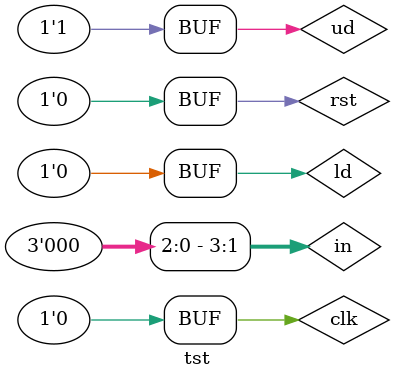
<source format=v>
`timescale 1ns / 1ps

module tst();
reg clk=0;
reg rst,ld,ud;
reg [3:0] in;
wire [3:0] out;
initial begin rst=1; ld=0; ud=1; end
initial repeat(100) #20 clk=~clk;
initial #30 rst=0;
FourBitCounter cont(clk,rst,ud,ld,in,out);
initial #100 ud=0;
initial #200 begin in=$random; ld=1;end
initial #220 ld=0;
initial #220 ud=1;
endmodule

</source>
